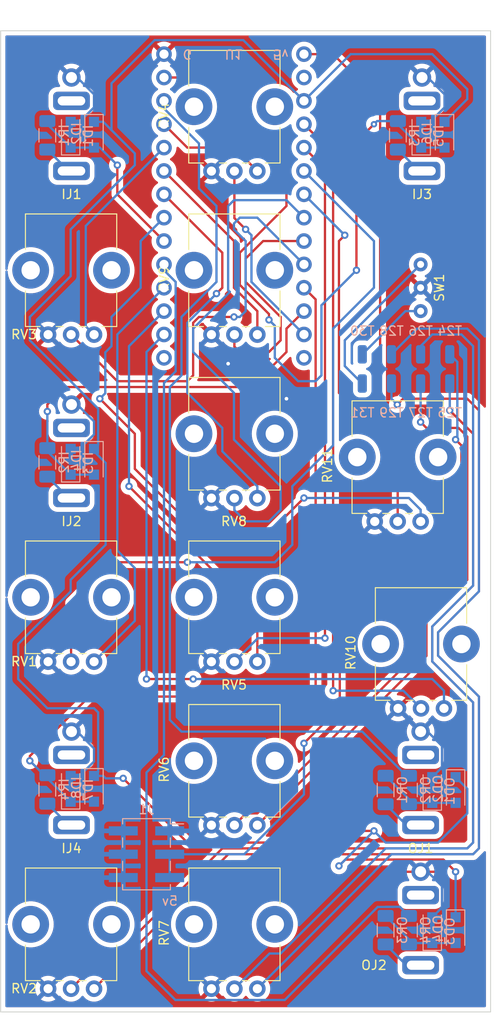
<source format=kicad_pcb>
(kicad_pcb (version 20211014) (generator pcbnew)
  (title_block (comment 4 "AISLER Project ID: QEJWOWTA"))
  (layers (0 "F.Cu" signal) (31 "B.Cu" signal) (34 "B.Paste" user) (35 "F.Paste" user) (36 "B.SilkS" user "B.Silkscreen") (37 "F.SilkS" user "F.Silkscreen") (38 "B.Mask" user) (39 "F.Mask" user) (44 "Edge.Cuts" user))
  (net 0 "")
  (net 1 "/Attack_Time_Mod_In/Signal")
  (net 2 "GND")
  (net 3 "+3.3V")
  (net 4 "/Decay_Time_Mod_In/Signal")
  (net 5 "/Trigger_In/Signal")
  (net 6 "/Release_Time_Mod_In/Signal")
  (net 7 "/Attack_Time_Mod_In/Switch")
  (net 8 "Net-(IJ1-PadT)")
  (net 9 "Net-(OD1-Pad1)")
  (net 10 "/Output/Switch")
  (net 11 "Net-(OJ1-PadT)")
  (net 12 "/Output/Signal")
  (net 13 "/Decay_Time_Mod_In/Switch")
  (net 14 "Net-(RV1-Pad1)")
  (net 15 "Net-(RV1-Pad2)")
  (net 16 "Net-(RV2-Pad1)")
  (net 17 "Net-(RV2-Pad2)")
  (net 18 "Net-(RV3-Pad1)")
  (net 19 "Net-(RV3-Pad2)")
  (net 20 "Net-(RV4-Pad1)")
  (net 21 "Net-(RV4-Pad2)")
  (net 22 "Net-(RV5-Pad1)")
  (net 23 "Net-(RV5-Pad2)")
  (net 24 "Net-(RV6-Pad1)")
  (net 25 "Net-(RV6-Pad2)")
  (net 26 "Net-(RV7-Pad1)")
  (net 27 "Net-(RV7-Pad2)")
  (net 28 "Net-(RV8-Pad1)")
  (net 29 "Net-(RV8-Pad2)")
  (net 30 "Net-(RV9-Pad1)")
  (net 31 "Net-(RV9-Pad2)")
  (net 32 "Net-(RV10-Pad1)")
  (net 33 "Net-(RV10-Pad2)")
  (net 34 "Net-(RV11-Pad1)")
  (net 35 "Net-(RV11-Pad2)")
  (net 39 "+5V")
  (net 40 "Net-(SW1-Pad1)")
  (net 41 "Net-(SW1-Pad3)")
  (net 42 "/Trigger_In/Switch")
  (net 43 "Net-(IJ2-PadT)")
  (net 44 "/Release_Time_Mod_In/Switch")
  (net 45 "Net-(IJ3-PadT)")
  (net 46 "/Inverted_Output/Switch")
  (net 47 "Net-(IJ4-PadT)")
  (net 48 "Net-(OD3-Pad1)")
  (net 49 "/Inverted_Output/Signal")
  (net 50 "Net-(OJ2-PadT)")
  (footprint "Perfboard:3.5mm Jack Perfboard" (layer "F.Cu") (at 116.84 132.08)
    (fp_text reference "OJ2")
    (fp_text value "Input")
  )
  (footprint "Perfboard:3.5mm Jack Perfboard" (layer "F.Cu") (at 78.826 45.72)
    (fp_text reference "IJ1")
    (fp_text value "Input")
  )
  (footprint "Potentiometer:Bourns_PTV09A-4020UB103" (layer "F.Cu") (at 114.3 88.9)
    (fp_text reference "RV11")
    (fp_text value "Sustain_Offset")
  )
  (footprint "Potentiometer:Bourns_PTV09A-4020UB103" (layer "F.Cu") (at 116.84 109.22)
    (fp_text reference "RV10")
    (fp_text value "Output_Scale")
  )
  (footprint "Potentiometer:Bourns_PTV09A-4020UB103" (layer "F.Cu") (at 78.74 139.7)
    (fp_text reference "RV2")
    (fp_text value "Release_Time_Mod_Scale")
  )
  (footprint "Potentiometer:Bourns_PTV09A-4020UB103" (layer "F.Cu") (at 96.52 121.92)
    (fp_text reference "RV6")
    (fp_text value "Release_Slope")
  )
  (footprint "Perfboard:3.5mm Jack Perfboard" (layer "F.Cu") (at 78.826 81.28)
    (fp_text reference "IJ2")
    (fp_text value "Input")
  )
  (footprint "Perfboard:3.5mm Jack Perfboard" (layer "F.Cu") (at 116.9915 45.72)
    (fp_text reference "IJ3")
    (fp_text value "Input")
  )
  (footprint "Perfboard:3.5mm Jack Perfboard" (layer "F.Cu") (at 78.826 116.84)
    (fp_text reference "IJ4")
    (fp_text value "Input")
  )
  (footprint "Potentiometer:Bourns_PTV09A-4025FB103" (layer "F.Cu") (at 96.52 104.14)
    (fp_text reference "RV5")
    (fp_text value "Decay_Time_Offset")
  )
  (footprint "Potentiometer:Bourns_PTV09A-4020UB103" (layer "F.Cu") (at 96.52 86.36)
    (fp_text reference "RV8")
    (fp_text value "Decay_Slope")
  )
  (footprint "Potentiometer:Bourns_PTV09A-4025FB103" (layer "F.Cu") (at 96.52 68.58)
    (fp_text reference "RV9")
    (fp_text value "Attack_Time_Offset")
  )
  (footprint "Potentiometer:Bourns_PTV09A-4025FB103" (layer "F.Cu") (at 96.52 139.7)
    (fp_text reference "RV7")
    (fp_text value "Release_Time_Offset")
  )
  (footprint "Perfboard:3.5mm Jack Perfboard" (layer "F.Cu") (at 116.84 116.84)
    (fp_text reference "OJ1")
    (fp_text value "Input")
  )
  (footprint "Potentiometer:Bourns_PTV09A-4020UB103" (layer "F.Cu") (at 78.74 68.58)
    (fp_text reference "RV3")
    (fp_text value "Attack_Time_Mod_Scale")
  )
  (footprint "Potentiometer:Bourns_PTV09A-4020UB103" (layer "F.Cu") (at 78.74 104.14)
    (fp_text reference "RV1")
    (fp_text value "Decay_Time_Mod_Scale")
  )
  (footprint "Toggle:Miniature SPDT Toggle" (layer "F.Cu") (at 119.38 63.5 90)
    (fp_text reference "SW1")
    (fp_text value "Mode_Switch")
  )
  (footprint "Potentiometer:Bourns_PTV09A-4020UB103" (layer "F.Cu") (at 96.52 50.8)
    (fp_text reference "RV4")
    (fp_text value "Attack_Slope")
  )
  (footprint "Diode_SMD:D_SOD-123F" (layer "B.Cu") (at 78.74 82.42 90)
    (fp_text reference "ID3")
    (fp_text value "240mV")
  )
  (footprint "Diode_SMD:D_SOD-123F" (layer "B.Cu") (at 118.11 118.11 90)
    (fp_text reference "OD1")
    (fp_text value "240mV")
  )
  (footprint "Diode_SMD:D_SOD-123F" (layer "B.Cu") (at 118.11 133.35 90)
    (fp_text reference "OD3")
    (fp_text value "240mV")
  )
  (footprint "Resistor_SMD:R_1206_3216Metric_Pad1.30x1.75mm_HandSolder" (layer "B.Cu") (at 113.03 118.11 90)
    (fp_text reference "OR1")
    (fp_text value "100")
  )
  (footprint "Diode_SMD:D_SOD-123F" (layer "B.Cu") (at 81.28 117.98 -90)
    (fp_text reference "ID8")
    (fp_text value "240mV")
  )
  (footprint "Diode_SMD:D_SOD-123F" (layer "B.Cu") (at 81.28 82.42 -90)
    (fp_text reference "ID4")
    (fp_text value "240mV")
  )
  (footprint "Diode_SMD:D_SOD-123F" (layer "B.Cu") (at 78.74 117.98 90)
    (fp_text reference "ID7")
    (fp_text value "240mV")
  )
  (footprint "Diode_SMD:D_SOD-123F" (layer "B.Cu") (at 119.4455 46.86 -90)
    (fp_text reference "ID6")
    (fp_text value "240mV")
  )
  (footprint "Diode_SMD:D_SOD-123F" (layer "B.Cu") (at 120.65 118.11 -90)
    (fp_text reference "OD2")
    (fp_text value "240mV")
  )
  (footprint "Teensy:Teensy 4.0 horizontal" (layer "B.Cu") (at 96.52 35.56)
    (fp_text reference "U1")
    (fp_text value "Teensy4.0")
  )
  (footprint "Resistor_SMD:R_1206_3216Metric_Pad1.30x1.75mm_HandSolder" (layer "B.Cu") (at 76.2 82.487 90)
    (fp_text reference "IR2")
    (fp_text value "1k")
  )
  (footprint "Resistor_SMD:R_1206_3216Metric_Pad1.30x1.75mm_HandSolder" (layer "B.Cu") (at 114.3655 46.927 90)
    (fp_text reference "IR3")
    (fp_text value "1k")
  )
  (footprint "Diode_SMD:D_SOD-123F" (layer "B.Cu") (at 81.28 46.86 -90)
    (fp_text reference "ID2")
    (fp_text value "240mV")
  )
  (footprint "Resistor_SMD:R_1206_3216Metric_Pad1.30x1.75mm_HandSolder" (layer "B.Cu") (at 76.2 118.047 90)
    (fp_text reference "IR4")
    (fp_text value "1k")
  )
  (footprint "Diode_SMD:D_SOD-123F" (layer "B.Cu") (at 120.65 133.35 -90)
    (fp_text reference "OD4")
    (fp_text value "240mV")
  )
  (footprint "Resistor_SMD:R_1206_3216Metric_Pad1.30x1.75mm_HandSolder" (layer "B.Cu") (at 76.2 46.927 90)
    (fp_text reference "IR1")
    (fp_text value "1k")
  )
  (footprint "Resistor_SMD:R_1206_3216Metric_Pad1.30x1.75mm_HandSolder" (layer "B.Cu") (at 113.03 133.35 90)
    (fp_text reference "OR3")
    (fp_text value "100")
  )
  (footprint "Teensy:Teensy 4.0 back pins" (layer "B.Cu") (at 114.935 72.39 -90)
    (fp_text reference "U1" hide)
    (fp_text value "Teensy4.0" hide)
  )
  (footprint "Diode_SMD:D_SOD-123F" (layer "B.Cu") (at 78.74 46.86 90)
    (fp_text reference "ID1")
    (fp_text value "240mV")
  )
  (footprint "Diode_SMD:D_SOD-123F" (layer "B.Cu") (at 116.9055 46.86 90)
    (fp_text reference "ID5")
    (fp_text value "240mV")
  )
  (footprint "Resistor_SMD:R_1206_3216Metric_Pad1.30x1.75mm_HandSolder" (layer "B.Cu") (at 115.57 118.11 90)
    (fp_text reference "OR2")
    (fp_text value "900")
  )
  (footprint "Resistor_SMD:R_1206_3216Metric_Pad1.30x1.75mm_HandSolder" (layer "B.Cu") (at 115.57 133.35 90)
    (fp_text reference "OR4")
    (fp_text value "900")
  )
  (footprint "Connector_PinHeader_2.54mm:PinHeader_2x03_P2.54mm_Vertical_SMD" (layer "B.Cu") (at 86.995 125.095 180)
    (fp_text reference "J1")
    (fp_text value "Power_Connector_2x3")
  )
  (gr_line (start 71.12 38.1) (end 71.12 35.56) (layer "Edge.Cuts") (width 0.1))
  (gr_line (start 124.46 142.24) (end 71.12 142.24) (layer "Edge.Cuts") (width 0.1))
  (gr_line (start 71.12 142.24) (end 71.12 38.1) (layer "Edge.Cuts") (width 0.1))
  (gr_line (start 124.46 35.56) (end 124.46 142.24) (layer "Edge.Cuts") (width 0.1))
  (gr_line (start 71.12 35.56) (end 124.46 35.56) (layer "Edge.Cuts") (width 0.1))
  (gr_text "5v" (at 89.535 130.175) (layer "B.SilkS") (effects (font (size 1 1)) (justify mirror)))
  (segment (start 88.9 58.42) (end 83.82 53.34) (width 0.25) (layer "F.Cu") (net 1))
  (segment (start 83.82 53.34) (end 83.82 50.165) (width 0.25) (layer "F.Cu") (net 1))
  (via (at 83.82 50.165) (size 0.8) (drill 0.4) (layers "F.Cu" "B.Cu") (net 1))
  (segment (start 83.82 50.165) (end 81.915 48.26) (width 0.25) (layer "B.Cu") (net 1))
  (segment (start 81.915 48.26) (end 81.28 48.26) (width 0.25) (layer "B.Cu") (net 1))
  (segment (start 76.2 45.72) (end 78.74 48.26) (width 0.25) (layer "B.Cu") (net 1))
  (segment (start 76.2 45.377) (end 76.2 45.72) (width 0.25) (layer "B.Cu") (net 1))
  (segment (start 78.74 48.26) (end 81.28 48.26) (width 0.25) (layer "B.Cu") (net 1))
  (segment (start 116.84 127) (end 118.745 127) (width 0.25) (layer "F.Cu") (net 2))
  (segment (start 116.84 127) (end 114.935 127) (width 0.25) (layer "F.Cu") (net 2))
  (via (at 95.885 71.755) (size 0.8) (drill 0.4) (layers "F.Cu" "B.Cu") (net 2))
  (via (at 102.235 75.565) (size 0.8) (drill 0.4) (layers "F.Cu" "B.Cu") (net 2))
  (segment (start 79.452726 111.76) (end 78.826 111.76) (width 0.25) (layer "B.Cu") (net 2))
  (segment (start 79.452726 40.64) (end 78.826 40.64) (width 0.25) (layer "B.Cu") (net 2))
  (segment (start 119.165 115.655) (end 119.165 113.323) (width 0.25) (layer "B.Cu") (net 2))
  (segment (start 81.28 42.467274) (end 79.452726 40.64) (width 0.25) (layer "B.Cu") (net 2))
  (segment (start 119.165 130.895) (end 119.165 128.563) (width 0.25) (layer "B.Cu") (net 2))
  (segment (start 79.712726 45.46) (end 81.28 43.892726) (width 0.25) (layer "B.Cu") (net 2))
  (segment (start 117.618226 40.64) (end 116.9915 40.64) (width 0.25) (layer "B.Cu") (net 2))
  (segment (start 78.74 116.58) (end 79.712726 116.58) (width 0.25) (layer "B.Cu") (net 2))
  (segment (start 117.602 111.76) (end 116.84 111.76) (width 0.25) (layer "B.Cu") (net 2))
  (segment (start 79.712726 81.02) (end 81.28 79.452726) (width 0.25) (layer "B.Cu") (net 2))
  (segment (start 78.74 81.02) (end 79.712726 81.02) (width 0.25) (layer "B.Cu") (net 2))
  (segment (start 119.4455 43.892726) (end 119.4455 42.467274) (width 0.25) (layer "B.Cu") (net 2))
  (segment (start 119.4455 42.467274) (end 117.618226 40.64) (width 0.25) (layer "B.Cu") (net 2))
  (segment (start 116.9055 45.46) (end 117.878226 45.46) (width 0.25) (layer "B.Cu") (net 2))
  (segment (start 81.28 115.012726) (end 81.28 113.587274) (width 0.25) (layer "B.Cu") (net 2))
  (segment (start 81.28 43.892726) (end 81.28 42.467274) (width 0.25) (layer "B.Cu") (net 2))
  (segment (start 118.11 116.71) (end 119.165 115.655) (width 0.25) (layer "B.Cu") (net 2))
  (segment (start 119.165 113.323) (end 117.602 111.76) (width 0.25) (layer "B.Cu") (net 2))
  (segment (start 79.712726 116.58) (end 81.28 115.012726) (width 0.25) (layer "B.Cu") (net 2))
  (segment (start 81.28 79.452726) (end 81.28 78.027274) (width 0.25) (layer "B.Cu") (net 2))
  (segment (start 81.28 113.587274) (end 79.452726 111.76) (width 0.25) (layer "B.Cu") (net 2))
  (segment (start 117.602 127) (end 116.84 127) (width 0.25) (layer "B.Cu") (net 2))
  (segment (start 78.74 45.46) (end 79.712726 45.46) (width 0.25) (layer "B.Cu") (net 2))
  (segment (start 79.452726 76.2) (end 78.826 76.2) (width 0.25) (layer "B.Cu") (net 2))
  (segment (start 118.11 131.95) (end 119.165 130.895) (width 0.25) (layer "B.Cu") (net 2))
  (segment (start 117.878226 45.46) (end 119.4455 43.892726) (width 0.25) (layer "B.Cu") (net 2))
  (segment (start 119.165 128.563) (end 117.602 127) (width 0.25) (layer "B.Cu") (net 2))
  (segment (start 81.28 78.027274) (end 79.452726 76.2) (width 0.25) (layer "B.Cu") (net 2))
  (segment (start 84.455 116.84) (end 91.44 123.825) (width 0.25) (layer "F.Cu") (net 3))
  (segment (start 119.325 125.675) (end 108.64 125.675) (width 0.25) (layer "F.Cu") (net 3))
  (segment (start 91.44 123.825) (end 100.965 123.825) (width 0.25) (layer "F.Cu") (net 3))
  (segment (start 102.235 122.555) (end 111.76 122.555) (width 0.25) (layer "F.Cu") (net 3))
  (segment (start 108.64 125.675) (end 107.95 126.365) (width 0.25) (layer "F.Cu") (net 3))
  (segment (start 100.965 123.825) (end 102.235 122.555) (width 0.25) (layer "F.Cu") (net 3))
  (segment (start 120.65 127) (end 119.325 125.675) (width 0.25) (layer "F.Cu") (net 3))
  (via (at 111.76 122.555) (size 0.8) (drill 0.4) (layers "F.Cu" "B.Cu") (net 3))
  (via (at 84.455 116.84) (size 0.8) (drill 0.4) (layers "F.Cu" "B.Cu") (net 3))
  (via (at 120.65 127) (size 0.8) (drill 0.4) (layers "F.Cu" "B.Cu") (net 3))
  (via (at 107.95 126.365) (size 0.8) (drill 0.4) (layers "F.Cu" "B.Cu") (net 3))
  (segment (start 84.455 116.84) (end 82.55 116.84) (width 0.25) (layer "B.Cu") (net 3))
  (segment (start 83.185 46.355) (end 82.29 45.46) (width 0.25) (layer "B.Cu") (net 3))
  (segment (start 81.28 81.28) (end 82.55 82.55) (width 0.25) (layer "B.Cu") (net 3))
  (segment (start 78.74 96.52) (end 73.025 102.235) (width 0.25) (layer "B.Cu") (net 3))
  (segment (start 83.185 41.275) (end 83.185 46.355) (width 0.25) (layer "B.Cu") (net 3))
  (segment (start 74.295 69.215) (end 74.295 66.675) (width 0.25) (layer "B.Cu") (net 3))
  (segment (start 121.92 42.9855) (end 121.92 41.91) (width 0.25) (layer "B.Cu") (net 3))
  (segment (start 78.74 57.15) (end 85.725 50.165) (width 0.25) (layer "B.Cu") (net 3))
  (segment (start 97.536 36.576) (end 87.884 36.576) (width 0.25) (layer "B.Cu") (net 3))
  (segment (start 82.29 116.58) (end 81.28 116.58) (width 0.25) (layer "B.Cu") (net 3))
  (segment (start 104.14 43.18) (end 97.536 36.576) (width 0.25) (layer "B.Cu") (net 3))
  (segment (start 121.92 117.98) (end 121.92 120.65) (width 0.25) (layer "B.Cu") (net 3))
  (segment (start 81.28 81.02) (end 81.73 80.57) (width 0.25) (layer "B.Cu") (net 3))
  (segment (start 73.025 102.235) (end 73.025 106.045) (width 0.25) (layer "B.Cu") (net 3))
  (segment (start 78.74 95.25) (end 78.74 96.52) (width 0.25) (layer "B.Cu") (net 3))
  (segment (start 85.725 48.895) (end 83.185 46.355) (width 0.25) (layer "B.Cu") (net 3))
  (segment (start 81.28 81.02) (end 81.28 81.28) (width 0.25) (layer "B.Cu") (net 3))
  (segment (start 120.65 116.71) (end 121.92 117.98) (width 0.25) (layer "B.Cu") (net 3))
  (segment (start 73.025 106.045) (end 76.2 109.22) (width 0.25) (layer "B.Cu") (net 3))
  (segment (start 82.55 91.44) (end 78.74 95.25) (width 0.25) (layer "B.Cu") (net 3))
  (segment (start 114.935 123.825) (end 113.03 123.825) (width 0.25) (layer "B.Cu") (net 3))
  (segment (start 109.22 38.1) (end 104.14 43.18) (width 0.25) (layer "B.Cu") (net 3))
  (segment (start 119.4455 45.46) (end 121.92 42.9855) (width 0.25) (layer "B.Cu") (net 3))
  (segment (start 76.2 109.22) (end 81.28 109.22) (width 0.25) (layer "B.Cu") (net 3))
  (segment (start 87.884 36.576) (end 83.185 41.275) (width 0.25) (layer "B.Cu") (net 3))
  (segment (start 118.11 38.1) (end 109.22 38.1) (width 0.25) (layer "B.Cu") (net 3))
  (segment (start 113.03 123.825) (end 111.76 122.555) (width 0.25) (layer "B.Cu") (net 3))
  (segment (start 74.295 66.675) (end 78.74 62.23) (width 0.25) (layer "B.Cu") (net 3))
  (segment (start 81.73 116.13) (end 81.28 116.58) (width 0.25) (layer "B.Cu") (net 3))
  (segment (start 118.745 123.825) (end 114.935 123.825) (width 0.25) (layer "B.Cu") (net 3))
  (segment (start 82.55 82.55) (end 82.55 91.44) (width 0.25) (layer "B.Cu") (net 3))
  (segment (start 82.29 45.46) (end 81.28 45.46) (width 0.25) (layer "B.Cu") (net 3))
  (segment (start 121.92 120.65) (end 118.745 123.825) (width 0.25) (layer "B.Cu") (net 3))
  (segment (start 121.92 41.91) (end 118.11 38.1) (width 0.25) (layer "B.Cu") (net 3))
  (segment (start 81.73 76.65) (end 74.295 69.215) (width 0.25) (layer "B.Cu") (net 3))
  (segment (start 81.28 109.22) (end 81.73 109.67) (width 0.25) (layer "B.Cu") (net 3))
  (segment (start 111.76 122.555) (end 107.95 126.365) (width 0.25) (layer "B.Cu") (net 3))
  (segment (start 78.74 62.23) (end 78.74 57.15) (width 0.25) (layer "B.Cu") (net 3))
  (segment (start 82.55 116.84) (end 82.29 116.58) (width 0.25) (layer "B.Cu") (net 3))
  (segment (start 81.73 80.57) (end 81.73 76.65) (width 0.25) (layer "B.Cu") (net 3))
  (segment (start 85.725 50.165) (end 85.725 48.895) (width 0.25) (layer "B.Cu") (net 3))
  (segment (start 81.73 109.67) (end 81.73 116.13) (width 0.25) (layer "B.Cu") (net 3))
  (segment (start 120.65 127) (end 120.65 131.95) (width 0.25) (layer "B.Cu") (net 3))
  (segment (start 76.2 76.2) (end 78.105 74.295) (width 0.25) (layer "F.Cu") (net 4))
  (segment (start 102.235 67.945) (end 104.14 66.04) (width 0.25) (layer "F.Cu") (net 4))
  (segment (start 76.2 76.952167) (end 76.2 76.2) (width 0.25) (layer "F.Cu") (net 4))
  (segment (start 98.425001 74.295) (end 102.235 70.485001) (width 0.25) (layer "F.Cu") (net 4))
  (segment (start 78.105 74.295) (end 98.425001 74.295) (width 0.25) (layer "F.Cu") (net 4))
  (segment (start 102.235 70.485001) (end 102.235 67.945) (width 0.25) (layer "F.Cu") (net 4))
  (via (at 76.2 76.952167) (size 0.8) (drill 0.4) (layers "F.Cu" "B.Cu") (net 4))
  (segment (start 76.2 81.28) (end 78.74 83.82) (width 0.25) (layer "B.Cu") (net 4))
  (segment (start 76.2 80.937) (end 76.2 81.28) (width 0.25) (layer "B.Cu") (net 4))
  (segment (start 78.74 83.82) (end 81.28 83.82) (width 0.25) (layer "B.Cu") (net 4))
  (segment (start 76.2 80.937) (end 76.2 76.952167) (width 0.25) (layer "B.Cu") (net 4))
  (segment (start 102.235 48.895) (end 93.98 40.64) (width 0.25) (layer "F.Cu") (net 5))
  (segment (start 97.155 59.69) (end 102.235 54.61) (width 0.25) (layer "F.Cu") (net 5))
  (segment (start 100.33 66.3575) (end 97.155 63.1825) (width 0.25) (layer "F.Cu") (net 5))
  (segment (start 102.235 54.61) (end 102.235 48.895) (width 0.25) (layer "F.Cu") (net 5))
  (segment (start 93.98 40.64) (end 88.9 40.64) (width 0.25) (layer "F.Cu") (net 5))
  (segment (start 100.33 66.9925) (end 100.33 66.3575) (width 0.25) (layer "F.Cu") (net 5))
  (segment (start 111.76 45.72) (end 109.855 47.625) (width 0.25) (layer "F.Cu") (net 5))
  (segment (start 97.155 63.1825) (end 97.155 59.69) (width 0.25) (layer "F.Cu") (net 5))
  (segment (start 109.855 47.625) (end 109.855 61.595) (width 0.25) (layer "F.Cu") (net 5))
  (via (at 109.855 61.595) (size 0.8) (drill 0.4) (layers "F.Cu" "B.Cu") (net 5))
  (via (at 111.76 45.72) (size 0.7) (drill 0.3) (layers "F.Cu" "B.Cu") (net 5))
  (via (at 100.33 66.9925) (size 0.8) (drill 0.4) (layers "F.Cu" "B.Cu") (net 5))
  (segment (start 103.505 73.66) (end 100.965 71.12) (width 0.25) (layer "B.Cu") (net 5))
  (segment (start 100.965 71.12) (end 100.965 67.6275) (width 0.25) (layer "B.Cu") (net 5))
  (segment (start 100.965 67.6275) (end 100.33 66.9925) (width 0.25) (layer "B.Cu") (net 5))
  (segment (start 114.3655 45.377) (end 112.103 45.377) (width 0.25) (layer "B.Cu") (net 5))
  (segment (start 114.3655 45.72) (end 116.9055 48.26) (width 0.25) (layer "B.Cu") (net 5))
  (segment (start 106.045 73.025) (end 105.41 73.66) (width 0.25) (layer "B.Cu") (net 5))
  (segment (start 109.855 61.595) (end 106.045 65.405) (width 0.25) (layer "B.Cu") (net 5))
  (segment (start 106.045 65.405) (end 106.045 73.025) (width 0.25) (layer "B.Cu") (net 5))
  (segment (start 114.3655 45.377) (end 114.3655 45.72) (width 0.25) (layer "B.Cu") (net 5))
  (segment (start 105.41 73.66) (end 103.505 73.66) (width 0.25) (layer "B.Cu") (net 5))
  (segment (start 112.103 45.377) (end 111.76 45.72) (width 0.25) (layer "B.Cu") (net 5))
  (segment (start 116.9055 48.26) (end 119.4455 48.26) (width 0.25) (layer "B.Cu") (net 5))
  (segment (start 80.762167 107.95) (end 105.41 107.95) (width 0.25) (layer "F.Cu") (net 6))
  (segment (start 105.41 107.95) (end 105.41 64.77) (width 0.25) (layer "F.Cu") (net 6))
  (segment (start 74.295 114.417167) (end 80.762167 107.95) (width 0.25) (layer "F.Cu") (net 6))
  (segment (start 105.41 64.77) (end 104.14 63.5) (width 0.25) (layer "F.Cu") (net 6))
  (segment (start 74.295 114.935) (end 74.295 114.417167) (width 0.25) (layer "F.Cu") (net 6))
  (via (at 74.295 114.935) (size 0.8) (drill 0.4) (layers "F.Cu" "B.Cu") (net 6))
  (segment (start 76.2 116.497) (end 76.2 116.84) (width 0.25) (layer "B.Cu") (net 6))
  (segment (start 78.74 119.38) (end 81.28 119.38) (width 0.25) (layer "B.Cu") (net 6))
  (segment (start 75.857 116.497) (end 74.295 114.935) (width 0.25) (layer "B.Cu") (net 6))
  (segment (start 76.2 116.497) (end 75.857 116.497) (width 0.25) (layer "B.Cu") (net 6))
  (segment (start 76.2 116.84) (end 78.74 119.38) (width 0.25) (layer "B.Cu") (net 6))
  (segment (start 78.826 50.8) (end 78.523 50.8) (width 0.25) (layer "F.Cu") (net 8))
  (segment (start 78.523 50.8) (end 76.2 48.477) (width 0.25) (layer "B.Cu") (net 8))
  (segment (start 78.826 50.8) (end 78.523 50.8) (width 0.25) (layer "B.Cu") (net 8))
  (segment (start 113.03 116.56) (end 115.57 119.1) (width 0.25) (layer "B.Cu") (net 9))
  (segment (start 115.72 119.51) (end 118.11 119.51) (width 0.25) (layer "B.Cu") (net 9))
  (segment (start 115.57 119.1) (end 115.57 119.66) (width 0.25) (layer "B.Cu") (net 9))
  (segment (start 115.57 119.66) (end 115.72 119.51) (width 0.25) (layer "B.Cu") (net 9))
  (segment (start 118.11 119.51) (end 120.65 119.51) (width 0.25) (layer "B.Cu") (net 9))
  (segment (start 116.84 121.92) (end 115.29 121.92) (width 0.25) (layer "B.Cu") (net 11))
  (segment (start 115.29 121.92) (end 113.03 119.66) (width 0.25) (layer "B.Cu") (net 11))
  (segment (start 92.71 52.705) (end 92.71 47.812602) (width 0.25) (layer "B.Cu") (net 12))
  (segment (start 90.805 111.76) (end 89.535 110.49) (width 0.25) (layer "B.Cu") (net 12))
  (segment (start 89.535 110.49) (end 89.535 74.295) (width 0.25) (layer "B.Cu") (net 12))
  (segment (start 110.49 111.76) (end 90.805 111.76) (width 0.25) (layer "B.Cu") (net 12))
  (segment (start 94.615 54.61) (end 92.71 52.705) (width 0.25) (layer "B.Cu") (net 12))
  (segment (start 90.805 66.675) (end 94.615 62.865) (width 0.25) (layer "B.Cu") (net 12))
  (segment (start 89.535 74.295) (end 90.805 73.025) (width 0.25) (layer "B.Cu") (net 12))
  (segment (start 94.615 62.865) (end 94.615 54.61) (width 0.25) (layer "B.Cu") (net 12))
  (segment (start 90.805 73.025) (end 90.805 66.675) (width 0.25) (layer "B.Cu") (net 12))
  (segment (start 115.29 116.56) (end 110.49 111.76) (width 0.25) (layer "B.Cu") (net 12))
  (segment (start 88.9 44.002602) (end 88.9 43.18) (width 0.25) (layer "B.Cu") (net 12))
  (segment (start 92.71 47.812602) (end 88.9 44.002602) (width 0.25) (layer "B.Cu") (net 12))
  (segment (start 115.57 116.56) (end 115.29 116.56) (width 0.25) (layer "B.Cu") (net 12))
  (segment (start 83.82 68.58) (end 85.725 66.675) (width 0.25) (layer "B.Cu") (net 14))
  (segment (start 81.285 104.155) (end 85.725 99.715) (width 0.25) (layer "B.Cu") (net 14))
  (segment (start 85.725 99.715) (end 85.725 93.98) (width 0.25) (layer "B.Cu") (net 14))
  (segment (start 85.725 66.675) (end 88.9 63.5) (width 0.25) (layer "B.Cu") (net 14))
  (segment (start 83.82 92.075) (end 83.82 68.58) (width 0.25) (layer "B.Cu") (net 14))
  (segment (start 85.725 93.98) (end 83.82 92.075) (width 0.25) (layer "B.Cu") (net 14))
  (segment (start 83.185 93.345) (end 78.785 97.745) (width 0.25) (layer "F.Cu") (net 15))
  (segment (start 91.44 93.345) (end 83.185 93.345) (width 0.25) (layer "F.Cu") (net 15))
  (segment (start 78.785 97.745) (end 78.785 104.155) (width 0.25) (layer "F.Cu") (net 15))
  (via (at 91.44 93.345) (size 0.8) (drill 0.4) (layers "F.Cu" "B.Cu") (net 15))
  (segment (start 104.14 50.8) (end 111.76 58.42) (width 0.25) (layer "B.Cu") (net 15))
  (segment (start 111.76 58.42) (end 111.76 63.491444) (width 0.25) (layer "B.Cu") (net 15))
  (segment (start 111.76 63.491444) (end 107.315 67.936444) (width 0.25) (layer "B.Cu") (net 15))
  (segment (start 107.315 80.645) (end 102.87 85.09) (width 0.25) (layer "B.Cu") (net 15))
  (segment (start 102.87 91.44) (end 100.965 93.345) (width 0.25) (layer "B.Cu") (net 15))
  (segment (start 100.965 93.345) (end 91.44 93.345) (width 0.25) (layer "B.Cu") (net 15))
  (segment (start 107.315 67.936444) (end 107.315 80.645) (width 0.25) (layer "B.Cu") (net 15))
  (segment (start 102.87 85.09) (end 102.87 91.44) (width 0.25) (layer "B.Cu") (net 15))
  (segment (start 118.745 103.505) (end 123.19 107.95) (width 0.25) (layer "F.Cu") (net 16))
  (segment (start 123.19 124.46) (end 122.555 125.095) (width 0.25) (layer "F.Cu") (net 16))
  (segment (start 121.92 75.565) (end 123.19 76.835) (width 0.25) (layer "F.Cu") (net 16))
  (segment (start 95.905 125.095) (end 81.285 139.715) (width 0.25) (layer "F.Cu") (net 16))
  (segment (start 118.745 100.965) (end 118.745 103.505) (width 0.25) (layer "F.Cu") (net 16))
  (segment (start 123.19 76.835) (end 123.19 96.52) (width 0.25) (layer "F.Cu") (net 16))
  (segment (start 122.555 125.095) (end 95.905 125.095) (width 0.25) (layer "F.Cu") (net 16))
  (segment (start 123.19 96.52) (end 118.745 100.965) (width 0.25) (layer "F.Cu") (net 16))
  (segment (start 123.19 107.95) (end 123.19 124.46) (width 0.25) (layer "F.Cu") (net 16))
  (segment (start 114.935 75.565) (end 121.92 75.565) (width 0.25) (layer "F.Cu") (net 16))
  (segment (start 114.3 76.2) (end 114.935 75.565) (width 0.25) (layer "F.Cu") (net 16))
  (via (at 114.3 76.2) (size 0.8) (drill 0.4) (layers "F.Cu" "B.Cu") (net 16))
  (segment (start 114.3 76.2) (end 113.665 75.565) (width 0.25) (layer "B.Cu") (net 16))
  (segment (start 113.665 75.565) (end 113.665 73.914) (width 0.25) (layer "B.Cu") (net 16))
  (segment (start 78.785 139.715) (end 82.61 135.89) (width 0.25) (layer "F.Cu") (net 17))
  (segment (start 122.555 95.885) (end 122.555 79.375) (width 0.25) (layer "F.Cu") (net 17))
  (segment (start 122.555 95.885) (end 118.11 100.33) (width 0.25) (layer "F.Cu") (net 17))
  (segment (start 79.190204 139.715) (end 78.785 139.715) (width 0.25) (layer "F.Cu") (net 17))
  (segment (start 122.555 108.585) (end 122.555 123.825) (width 0.25) (layer "F.Cu") (net 17))
  (segment (start 118.11 100.33) (end 118.11 104.14) (width 0.25) (layer "F.Cu") (net 17))
  (segment (start 83.82 135.89) (end 95.25 124.46) (width 0.25) (layer "F.Cu") (net 17))
  (segment (start 122.555 79.375) (end 120.015 76.835) (width 0.25) (layer "F.Cu") (net 17))
  (segment (start 118.11 104.14) (end 122.555 108.585) (width 0.25) (layer "F.Cu") (net 17))
  (segment (start 82.61 135.89) (end 83.82 135.89) (width 0.25) (layer "F.Cu") (net 17))
  (segment (start 121.92 124.46) (end 95.25 124.46) (width 0.25) (layer "F.Cu") (net 17))
  (segment (start 122.555 123.825) (end 121.92 124.46) (width 0.25) (layer "F.Cu") (net 17))
  (via (at 120.015 76.835) (size 0.8) (drill 0.4) (layers "F.Cu" "B.Cu") (net 17))
  (segment (start 120.015 76.835) (end 120.015 73.914) (width 0.25) (layer "B.Cu") (net 17))
  (segment (start 80.385 56.775) (end 88.9 48.26) (width 0.25) (layer "B.Cu") (net 18))
  (segment (start 80.385 67.695) (end 80.385 56.775) (width 0.25) (layer "B.Cu") (net 18))
  (segment (start 81.285 68.595) (end 80.385 67.695) (width 0.25) (layer "B.Cu") (net 18))
  (segment (start 82.485 72.325) (end 83.82 73.66) (width 0.25) (layer "F.Cu") (net 19))
  (segment (start 92.075 73.025) (end 92.075 67.31) (width 0.25) (layer "F.Cu") (net 19))
  (segment (start 91.44 73.66) (end 92.075 73.025) (width 0.25) (layer "F.Cu") (net 19))
  (segment (start 83.82 73.66) (end 91.44 73.66) (width 0.25) (layer "F.Cu") (net 19))
  (segment (start 78.785 68.595) (end 82.485 72.295) (width 0.25) (layer "F.Cu") (net 19))
  (segment (start 96.52 66.675) (end 92.71 66.675) (width 0.25) (layer "F.Cu") (net 19))
  (segment (start 92.71 66.675) (end 92.075 67.31) (width 0.25) (layer "F.Cu") (net 19))
  (segment (start 82.485 72.295) (end 82.485 72.325) (width 0.25) (layer "F.Cu") (net 19))
  (via (at 96.52 66.675) (size 0.8) (drill 0.4) (layers "F.Cu" "B.Cu") (net 19))
  (segment (start 96.52 56.515) (end 97.155 55.88) (width 0.25) (layer "B.Cu") (net 19))
  (segment (start 96.52 66.675) (end 97.155 66.675) (width 0.25) (layer "B.Cu") (net 19))
  (segment (start 96.52 57.15) (end 96.52 56.515) (width 0.25) (layer "B.Cu") (net 19))
  (segment (start 97.155 55.88) (end 99.06 55.88) (width 0.25) (layer "B.Cu") (net 19))
  (segment (start 97.79 66.04) (end 97.79 58.42) (width 0.25) (layer "B.Cu") (net 19))
  (segment (start 99.06 55.88) (end 104.14 60.96) (width 0.25) (layer "B.Cu") (net 19))
  (segment (start 97.79 58.42) (end 96.52 57.15) (width 0.25) (layer "B.Cu") (net 19))
  (segment (start 97.155 66.675) (end 97.79 66.04) (width 0.25) (layer "B.Cu") (net 19))
  (segment (start 99.065 50.815) (end 96.52 48.27) (width 0.25) (layer "F.Cu") (net 20))
  (segment (start 96.52 48.26) (end 91.44 48.26) (width 0.25) (layer "F.Cu") (net 20))
  (segment (start 96.52 48.27) (end 96.52 48.26) (width 0.25) (layer "F.Cu") (net 20))
  (segment (start 91.44 48.26) (end 88.9 45.72) (width 0.25) (layer "F.Cu") (net 20))
  (segment (start 96.565 50.815) (end 96.565 55.925) (width 0.25) (layer "F.Cu") (net 21))
  (segment (start 96.565 55.925) (end 97.79 57.15) (width 0.25) (layer "F.Cu") (net 21))
  (via (at 97.79 57.15) (size 0.8) (drill 0.4) (layers "F.Cu" "B.Cu") (net 21))
  (segment (start 98.425 57.785) (end 98.425 62.865) (width 0.25) (layer "B.Cu") (net 21))
  (segment (start 98.425 62.865) (end 104.14 68.58) (width 0.25) (layer "B.Cu") (net 21))
  (segment (start 97.79 57.15) (end 98.425 57.785) (width 0.25) (layer "B.Cu") (net 21))
  (segment (start 99.065 104.155) (end 99.065 99.065) (width 0.25) (layer "F.Cu") (net 22))
  (segment (start 99.065 99.065) (end 99.065 99.06) (width 0.25) (layer "F.Cu") (net 22))
  (segment (start 85.09 85.09) (end 99.065 99.065) (width 0.25) (layer "F.Cu") (net 22))
  (via (at 85.09 85.09) (size 0.8) (drill 0.4) (layers "F.Cu" "B.Cu") (net 22))
  (segment (start 85.09 69.85) (end 88.9 66.04) (width 0.25) (layer "B.Cu") (net 22))
  (segment (start 85.09 85.09) (end 85.09 69.85) (width 0.25) (layer "B.Cu") (net 22))
  (segment (start 106.426 50.546) (end 104.14 48.26) (width 0.25) (layer "F.Cu") (net 23))
  (segment (start 106.426 101.6) (end 106.426 50.546) (width 0.25) (layer "F.Cu") (net 23))
  (via (at 106.426 101.6) (size 0.8) (drill 0.4) (layers "F.Cu" "B.Cu") (net 23))
  (segment (start 96.565 104.155) (end 99.12 101.6) (width 0.25) (layer "B.Cu") (net 23))
  (segment (start 106.045 101.6) (end 106.426 101.6) (width 0.25) (layer "B.Cu") (net 23))
  (segment (start 99.12 101.6) (end 106.045 101.6) (width 0.25) (layer "B.Cu") (net 23))
  (segment (start 121.92 95.25) (end 117.475 99.695) (width 0.25) (layer "F.Cu") (net 24))
  (segment (start 117.475 103.525) (end 99.065 121.935) (width 0.25) (layer "F.Cu") (net 24))
  (segment (start 117.475 78.74) (end 120.969595 78.74) (width 0.25) (layer "F.Cu") (net 24))
  (segment (start 121.92 79.690405) (end 121.92 95.25) (width 0.25) (layer "F.Cu") (net 24))
  (segment (start 116.84 78.105) (end 117.475 78.74) (width 0.25) (layer "F.Cu") (net 24))
  (segment (start 120.969595 78.74) (end 121.92 79.690405) (width 0.25) (layer "F.Cu") (net 24))
  (segment (start 117.475 99.695) (end 117.475 103.525) (width 0.25) (layer "F.Cu") (net 24))
  (via (at 116.84 78.105) (size 0.8) (drill 0.4) (layers "F.Cu" "B.Cu") (net 24))
  (segment (start 116.84 78.105) (end 116.84 73.914) (width 0.25) (layer "B.Cu") (net 24))
  (segment (start 116.84 99.06) (end 116.84 102.87) (width 0.25) (layer "F.Cu") (net 25))
  (segment (start 116.84 102.87) (end 99.06 120.65) (width 0.25) (layer "F.Cu") (net 25))
  (segment (start 120.65 80.01) (end 121.285 80.645) (width 0.25) (layer "F.Cu") (net 25))
  (segment (start 121.285 80.645) (end 121.285 94.615) (width 0.25) (layer "F.Cu") (net 25))
  (segment (start 99.06 120.65) (end 97.79 120.65) (width 0.25) (layer "F.Cu") (net 25))
  (segment (start 96.565 121.935) (end 97.79 120.71) (width 0.25) (layer "F.Cu") (net 25))
  (segment (start 97.79 120.71) (end 97.79 120.65) (width 0.25) (layer "F.Cu") (net 25))
  (segment (start 121.285 94.615) (end 116.84 99.06) (width 0.25) (layer "F.Cu") (net 25))
  (via (at 120.65 80.01) (size 0.8) (drill 0.4) (layers "F.Cu" "B.Cu") (net 25))
  (segment (start 120.65 80.01) (end 120.84 79.82) (width 0.25) (layer "B.Cu") (net 25))
  (segment (start 120.84 71.564) (end 120.015 70.739) (width 0.25) (layer "B.Cu") (net 25))
  (segment (start 120.84 79.82) (end 120.84 71.564) (width 0.25) (layer "B.Cu") (net 25))
  (segment (start 123.19 124.46) (end 123.19 107.95) (width 0.25) (layer "B.Cu") (net 26))
  (segment (start 123.19 107.95) (end 118.745 103.505) (width 0.25) (layer "B.Cu") (net 26))
  (segment (start 118.745 103.505) (end 118.745 100.965) (width 0.25) (layer "B.Cu") (net 26))
  (segment (start 111.76 127) (end 113.665 125.095) (width 0.25) (layer "B.Cu") (net 26))
  (segment (start 123.19 69.215) (end 121.92 67.945) (width 0.25) (layer "B.Cu") (net 26))
  (segment (start 121.92 67.945) (end 116.459 67.945) (width 0.25) (layer "B.Cu") (net 26))
  (segment (start 99.065 139.715) (end 111.76 127.02) (width 0.25) (layer "B.Cu") (net 26))
  (segment (start 116.459 67.945) (end 113.665 70.739) (width 0.25) (layer "B.Cu") (net 26))
  (segment (start 113.665 125.095) (end 122.555 125.095) (width 0.25) (layer "B.Cu") (net 26))
  (segment (start 111.76 127.02) (end 111.76 127) (width 0.25) (layer "B.Cu") (net 26))
  (segment (start 118.745 100.965) (end 123.19 96.52) (width 0.25) (layer "B.Cu") (net 26))
  (segment (start 122.555 125.095) (end 123.19 124.46) (width 0.25) (layer "B.Cu") (net 26))
  (segment (start 123.19 96.52) (end 123.19 69.215) (width 0.25) (layer "B.Cu") (net 26))
  (segment (start 122.555 123.825) (end 122.555 108.585) (width 0.25) (layer "B.Cu") (net 27))
  (segment (start 118.11 104.14) (end 118.11 100.33) (width 0.25) (layer "B.Cu") (net 27))
  (segment (start 121.285 68.58) (end 118.11 68.58) (width 0.25) (layer "B.Cu") (net 27))
  (segment (start 101.6 135.89) (end 113.03 124.46) (width 0.25) (layer "B.Cu") (net 27))
  (segment (start 122.555 69.85) (end 121.285 68.58) (width 0.25) (layer "B.Cu") (net 27))
  (segment (start 122.555 95.885) (end 122.555 69.85) (width 0.25) (layer "B.Cu") (net 27))
  (segment (start 122.555 108.585) (end 118.11 104.14) (width 0.25) (layer "B.Cu") (net 27))
  (segment (start 100.39 135.89) (end 101.6 135.89) (width 0.25) (layer "B.Cu") (net 27))
  (segment (start 121.92 124.46) (end 122.555 123.825) (width 0.25) (layer "B.Cu") (net 27))
  (segment (start 118.11 100.33) (end 122.555 95.885) (width 0.25) (layer "B.Cu") (net 27))
  (segment (start 96.565 139.715) (end 100.39 135.89) (width 0.25) (layer "B.Cu") (net 27))
  (segment (start 116.84 69.85) (end 116.84 70.739) (width 0.25) (layer "B.Cu") (net 27))
  (segment (start 118.11 68.58) (end 116.84 69.85) (width 0.25) (layer "B.Cu") (net 27))
  (segment (start 113.03 124.46) (end 121.92 124.46) (width 0.25) (layer "B.Cu") (net 27))
  (segment (start 95.25 63.5) (end 95.25 59.69) (width 0.25) (layer "F.Cu") (net 28))
  (segment (start 95.25 59.69) (end 88.9 53.34) (width 0.25) (layer "F.Cu") (net 28))
  (segment (start 94.615 64.135) (end 95.25 63.5) (width 0.25) (layer "F.Cu") (net 28))
  (via (at 94.615 64.135) (size 0.8) (drill 0.4) (layers "F.Cu" "B.Cu") (net 28))
  (segment (start 91.44 67.31) (end 91.44 74.93) (width 0.25) (layer "B.Cu") (net 28))
  (segment (start 95.25 78.74) (end 95.25 81.28) (width 0.25) (layer "B.Cu") (net 28))
  (segment (start 95.25 81.28) (end 99.065 85.095) (width 0.25) (layer "B.Cu") (net 28))
  (segment (start 94.615 64.135) (end 91.44 67.31) (width 0.25) (layer "B.Cu") (net 28))
  (segment (start 99.065 85.095) (end 99.065 86.375) (width 0.25) (layer "B.Cu") (net 28))
  (segment (start 91.44 74.93) (end 95.25 78.74) (width 0.25) (layer "B.Cu") (net 28))
  (segment (start 95.885 63.765) (end 95.885 54.61) (width 0.25) (layer "B.Cu") (net 29))
  (segment (start 96.565 87.675) (end 97.79 88.9) (width 0.25) (layer "B.Cu") (net 29))
  (segment (start 96.565 86.375) (end 96.565 87.675) (width 0.25) (layer "B.Cu") (net 29))
  (segment (start 100.33 88.9) (end 101.6 87.63) (width 0.25) (layer "B.Cu") (net 29))
  (segment (start 92.075 70.485) (end 92.075 67.945) (width 0.25) (layer "B.Cu") (net 29))
  (segment (start 96.52 53.975) (end 102.235 53.975) (width 0.25) (layer "B.Cu") (net 29))
  (segment (start 101.6 87.63) (end 101.6 85.09) (width 0.25) (layer "B.Cu") (net 29))
  (segment (start 95.885 54.61) (end 96.52 53.975) (width 0.25) (layer "B.Cu") (net 29))
  (segment (start 96.52 74.93) (end 92.075 70.485) (width 0.25) (layer "B.Cu") (net 29))
  (segment (start 97.79 88.9) (end 100.33 88.9) (width 0.25) (layer "B.Cu") (net 29))
  (segment (start 96.52 80.01) (end 96.52 74.93) (width 0.25) (layer "B.Cu") (net 29))
  (segment (start 92.075 67.945) (end 96.07 63.95) (width 0.25) (layer "B.Cu") (net 29))
  (segment (start 101.6 85.09) (end 96.52 80.01) (width 0.25) (layer "B.Cu") (net 29))
  (segment (start 96.07 63.95) (end 95.885 63.765) (width 0.25) (layer "B.Cu") (net 29))
  (segment (start 102.235 53.975) (end 104.14 55.88) (width 0.25) (layer "B.Cu") (net 29))
  (segment (start 96.52 63.5) (end 96.52 58.42) (width 0.25) (layer "F.Cu") (net 30))
  (segment (start 99.065 66.045) (end 96.52 63.5) (width 0.25) (layer "F.Cu") (net 30))
  (segment (start 96.52 58.42) (end 88.9 50.8) (width 0.25) (layer "F.Cu") (net 30))
  (segment (start 99.065 68.595) (end 99.065 66.045) (width 0.25) (layer "F.Cu") (net 30))
  (segment (start 99.695 58.42) (end 97.79 60.325) (width 0.25) (layer "F.Cu") (net 31))
  (segment (start 96.565 69.895) (end 96.565 68.595) (width 0.25) (layer "F.Cu") (net 31))
  (segment (start 97.79 62.865) (end 101.6 66.675) (width 0.25) (layer "F.Cu") (net 31))
  (segment (start 97.79 60.325) (end 97.79 62.865) (width 0.25) (layer "F.Cu") (net 31))
  (segment (start 101.6 69.215) (end 100.33 70.485) (width 0.25) (layer "F.Cu") (net 31))
  (segment (start 101.6 66.675) (end 101.6 69.215) (width 0.25) (layer "F.Cu") (net 31))
  (segment (start 97.155 70.485) (end 96.565 69.895) (width 0.25) (layer "F.Cu") (net 31))
  (segment (start 100.33 70.485) (end 97.155 70.485) (width 0.25) (layer "F.Cu") (net 31))
  (segment (start 104.14 58.42) (end 99.695 58.42) (width 0.25) (layer "F.Cu") (net 31))
  (segment (start 92.075 106.045) (end 86.995 106.045) (width 0.25) (layer "F.Cu") (net 32))
  (via (at 86.995 106.045) (size 0.8) (drill 0.4) (layers "F.Cu" "B.Cu") (net 32))
  (via (at 92.075 106.045) (size 0.8) (drill 0.4) (layers "F.Cu" "B.Cu") (net 32))
  (segment (start 118.11 106.045) (end 92.075 106.045) (width 0.25) (layer "B.Cu") (net 32))
  (segment (start 86.995 106.045) (end 86.995 70.485) (width 0.25) (layer "B.Cu") (net 32))
  (segment (start 86.995 70.485) (end 88.9 68.58) (width 0.25) (layer "B.Cu") (net 32))
  (segment (start 119.385 109.235) (end 119.385 107.32) (width 0.25) (layer "B.Cu") (net 32))
  (segment (start 119.385 107.32) (end 118.11 106.045) (width 0.25) (layer "B.Cu") (net 32))
  (segment (start 107.315 48.895) (end 104.14 45.72) (width 0.25) (layer "F.Cu") (net 33))
  (segment (start 107.315 107.315) (end 107.315 48.895) (width 0.25) (layer "F.Cu") (net 33))
  (via (at 107.315 107.315) (size 0.8) (drill 0.4) (layers "F.Cu" "B.Cu") (net 33))
  (segment (start 107.315 107.315) (end 114.965 107.315) (width 0.25) (layer "B.Cu") (net 33))
  (segment (start 114.965 107.315) (end 116.885 109.235) (width 0.25) (layer "B.Cu") (net 33))
  (segment (start 104.14 86.36) (end 100.33 90.17) (width 0.25) (layer "F.Cu") (net 34))
  (segment (start 100.33 90.17) (end 92.71 90.17) (width 0.25) (layer "F.Cu") (net 34))
  (segment (start 85.725 83.185) (end 85.725 81.28) (width 0.25) (layer "F.Cu") (net 34))
  (segment (start 85.725 79.375) (end 81.915 75.565) (width 0.25) (layer "F.Cu") (net 34))
  (segment (start 85.725 81.28) (end 85.725 79.375) (width 0.25) (layer "F.Cu") (net 34))
  (segment (start 92.71 90.17) (end 85.725 83.185) (width 0.25) (layer "F.Cu") (net 34))
  (via (at 104.14 86.36) (size 0.8) (drill 0.4) (layers "F.Cu" "B.Cu") (net 34))
  (via (at 81.915 75.565) (size 0.8) (drill 0.4) (layers "F.Cu" "B.Cu") (net 34))
  (segment (start 116.845 88.915) (end 116.845 87.635) (width 0.25) (layer "B.Cu") (net 34))
  (segment (start 86.36 63.5) (end 86.36 58.42) (width 0.25) (layer "B.Cu") (net 34))
  (segment (start 83.185 69.85) (end 83.185 66.675) (width 0.25) (layer "B.Cu") (net 34))
  (segment (start 83.185 66.675) (end 86.36 63.5) (width 0.25) (layer "B.Cu") (net 34))
  (segment (start 82.51 74.97) (end 82.51 70.525) (width 0.25) (layer "B.Cu") (net 34))
  (segment (start 116.845 87.635) (end 115.57 86.36) (width 0.25) (layer "B.Cu") (net 34))
  (segment (start 82.51 70.525) (end 83.185 69.85) (width 0.25) (layer "B.Cu") (net 34))
  (segment (start 86.36 58.42) (end 88.9 55.88) (width 0.25) (layer "B.Cu") (net 34))
  (segment (start 81.915 75.565) (end 82.51 74.97) (width 0.25) (layer "B.Cu") (net 34))
  (segment (start 115.57 86.36) (end 104.14 86.36) (width 0.25) (layer "B.Cu") (net 34))
  (segment (start 107.95 58.42) (end 108.585 57.785) (width 0.25) (layer "F.Cu") (net 35))
  (segment (start 114.345 88.915) (end 114.345 81.325) (width 0.25) (layer "F.Cu") (net 35))
  (segment (start 114.345 81.325) (end 107.95 74.93) (width 0.25) (layer "F.Cu") (net 35))
  (segment (start 107.95 74.93) (end 107.95 58.42) (width 0.25) (layer "F.Cu") (net 35))
  (via (at 108.585 57.785) (size 0.8) (drill 0.4) (layers "F.Cu" "B.Cu") (net 35))
  (segment (start 107.95 57.15) (end 108.585 57.785) (width 0.25) (layer "B.Cu") (net 35))
  (segment (start 107.95 57.15) (end 104.14 53.34) (width 0.25) (layer "B.Cu") (net 35))
  (segment (start 112.435 43.22) (end 107.315 38.1) (width 0.25) (layer "F.Cu") (net 39))
  (segment (start 108.04 109.13) (end 108.04 100.24) (width 0.25) (layer "F.Cu") (net 39))
  (segment (start 115.57 83.185) (end 115.57 80.01) (width 0.25) (layer "F.Cu") (net 39))
  (segment (start 108.04 100.24) (end 119.38 88.9) (width 0.25) (layer "F.Cu") (net 39))
  (segment (start 107.315 38.1) (end 104.14 38.1) (width 0.25) (layer "F.Cu") (net 39))
  (segment (start 112.435 76.795) (end 112.435 43.22) (width 0.25) (layer "F.Cu") (net 39))
  (segment (start 104.14 113.03) (end 108.04 109.13) (width 0.25) (layer "F.Cu") (net 39))
  (segment (start 119.38 88.9) (end 119.38 86.995) (width 0.25) (layer "F.Cu") (net 39))
  (segment (start 119.38 86.995) (end 115.57 83.185) (width 0.25) (layer "F.Cu") (net 39))
  (segment (start 115.57 80.01) (end 112.395 76.835) (width 0.25) (layer "F.Cu") (net 39))
  (segment (start 112.395 76.835) (end 112.435 76.795) (width 0.25) (layer "F.Cu") (net 39))
  (via (at 104.14 113.03) (size 0.8) (drill 0.4) (layers "F.Cu" "B.Cu") (net 39))
  (segment (start 104.14 118.592412) (end 104.14 113.03) (width 0.25) (layer "B.Cu") (net 39))
  (segment (start 89.52 127.635) (end 89.52 125.095) (width 0.25) (layer "B.Cu") (net 39))
  (segment (start 97.637412 125.095) (end 104.14 118.592412) (width 0.25) (layer "B.Cu") (net 39))
  (segment (start 89.52 125.095) (end 97.637412 125.095) (width 0.25) (layer "B.Cu") (net 39))
  (segment (start 108.585 72.009) (end 110.49 73.914) (width 0.25) (layer "B.Cu") (net 40))
  (segment (start 108.585 69.215) (end 108.585 72.009) (width 0.25) (layer "B.Cu") (net 40))
  (segment (start 116.84 60.96) (end 108.585 69.215) (width 0.25) (layer "B.Cu") (net 40))
  (segment (start 115.189 66.04) (end 110.49 70.739) (width 0.25) (layer "B.Cu") (net 41))
  (segment (start 116.84 66.04) (end 115.189 66.04) (width 0.25) (layer "B.Cu") (net 41))
  (segment (start 78.826 86.36) (end 78.523 86.36) (width 0.25) (layer "F.Cu") (net 43))
  (segment (start 78.523 86.36) (end 76.2 84.037) (width 0.25) (layer "B.Cu") (net 43))
  (segment (start 78.826 86.36) (end 78.523 86.36) (width 0.25) (layer "B.Cu") (net 43))
  (segment (start 116.9915 50.8) (end 116.6885 50.8) (width 0.25) (layer "F.Cu") (net 45))
  (segment (start 116.6885 50.8) (end 114.3655 48.477) (width 0.25) (layer "B.Cu") (net 45))
  (segment (start 116.9915 50.8) (end 116.6885 50.8) (width 0.25) (layer "B.Cu") (net 45))
  (segment (start 78.826 121.92) (end 78.523 121.92) (width 0.25) (layer "F.Cu") (net 47))
  (segment (start 78.523 121.92) (end 76.2 119.597) (width 0.25) (layer "B.Cu") (net 47))
  (segment (start 78.826 121.92) (end 78.523 121.92) (width 0.25) (layer "B.Cu") (net 47))
  (segment (start 115.72 134.75) (end 118.11 134.75) (width 0.25) (layer "B.Cu") (net 48))
  (segment (start 118.11 134.75) (end 120.65 134.75) (width 0.25) (layer "B.Cu") (net 48))
  (segment (start 115.57 134.9) (end 115.72 134.75) (width 0.25) (layer "B.Cu") (net 48))
  (segment (start 115.57 134.34) (end 115.57 134.9) (width 0.25) (layer "B.Cu") (net 48))
  (segment (start 113.03 131.8) (end 115.57 134.34) (width 0.25) (layer "B.Cu") (net 48))
  (segment (start 90.14 140.94) (end 86.995 137.795) (width 0.25) (layer "B.Cu") (net 49))
  (segment (start 88.9 61.595) (end 88.9 60.96) (width 0.25) (layer "B.Cu") (net 49))
  (segment (start 102.051827 140.94) (end 90.14 140.94) (width 0.25) (layer "B.Cu") (net 49))
  (segment (start 90.17 62.865) (end 88.9 61.595) (width 0.25) (layer "B.Cu") (net 49))
  (segment (start 114.58 130.81) (end 113.03 130.81) (width 0.25) (layer "B.Cu") (net 49))
  (segment (start 112.166827 130.825) (end 102.051827 140.94) (width 0.25) (layer "B.Cu") (net 49))
  (segment (start 90.17 72.585851) (end 90.17 62.865) (width 0.25) (layer "B.Cu") (net 49))
  (segment (start 115.57 131.8) (end 114.58 130.81) (width 0.25) (layer "B.Cu") (net 49))
  (segment (start 88.9 73.855851) (end 90.17 72.585851) (width 0.25) (layer "B.Cu") (net 49))
  (segment (start 88.9 114.3) (end 88.9 73.855851) (width 0.25) (layer "B.Cu") (net 49))
  (segment (start 86.995 116.205) (end 88.9 114.3) (width 0.25) (layer "B.Cu") (net 49))
  (segment (start 86.995 137.795) (end 86.995 116.205) (width 0.25) (layer "B.Cu") (net 49))
  (segment (start 113.893173 130.825) (end 112.166827 130.825) (width 0.25) (layer "B.Cu") (net 49))
  (segment (start 115.29 137.16) (end 113.03 134.9) (width 0.25) (layer "B.Cu") (net 50))
  (segment (start 116.84 137.16) (end 115.29 137.16) (width 0.25) (layer "B.Cu") (net 50))
  (zone (net 2) (net_name "GND") (layers F&B.Cu) (name "GND plane") (connect_pads (clearance 0.508)) (min_thickness 0.254) (fill yes (thermal_gap 0.508) (thermal_bridge_width 0.508))
    (polygon (pts (xy 124.46 142.24) (xy 71.12 142.24) (xy 71.12 35.56) (xy 124.46 35.56)))
  )
)
</source>
